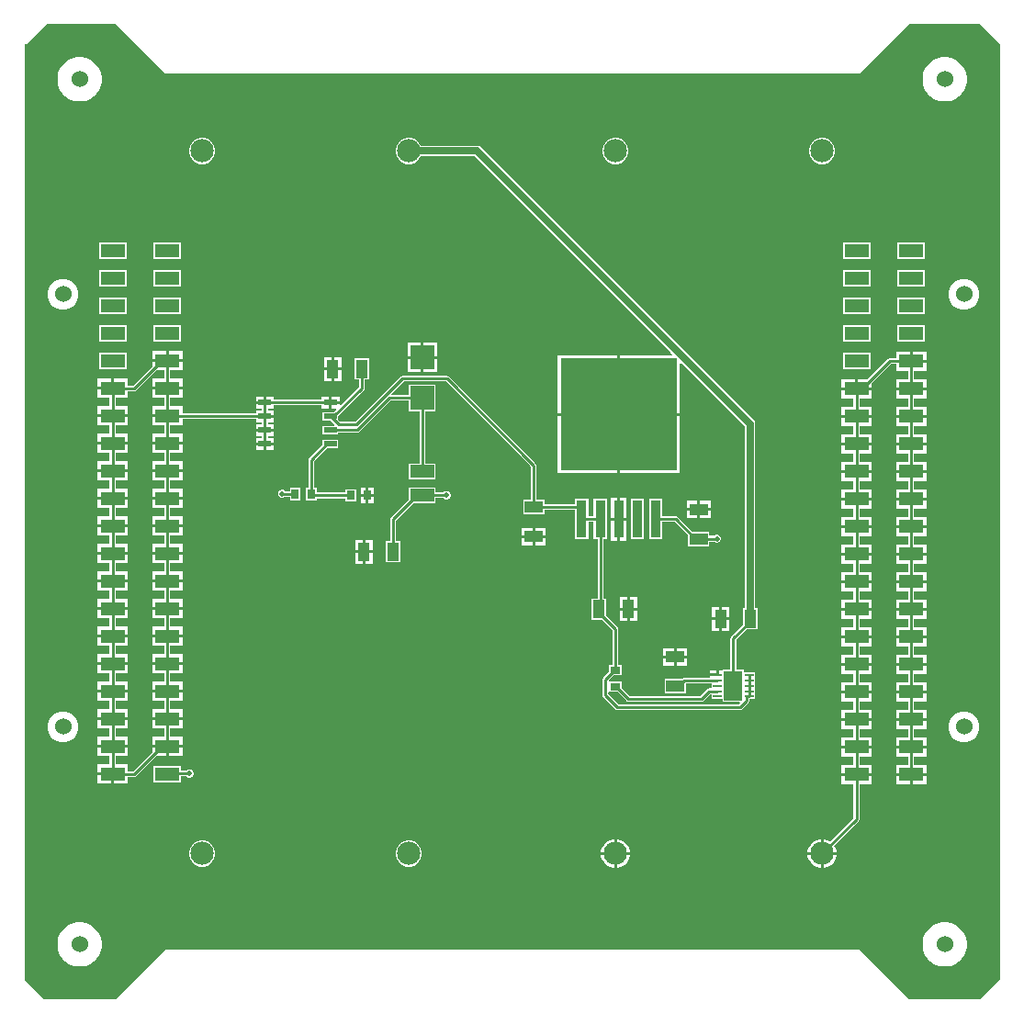
<source format=gbl>
G04*
G04 #@! TF.GenerationSoftware,Altium Limited,Altium Designer,22.2.1 (43)*
G04*
G04 Layer_Physical_Order=2*
G04 Layer_Color=16711680*
%FSLAX25Y25*%
%MOIN*%
G70*
G04*
G04 #@! TF.SameCoordinates,2BD9F523-0FC0-4ADC-A514-1134C6E00D61*
G04*
G04*
G04 #@! TF.FilePolarity,Positive*
G04*
G01*
G75*
%ADD11C,0.01000*%
%ADD16C,0.02800*%
%ADD17C,0.08445*%
%ADD18C,0.06000*%
%ADD19C,0.03800*%
%ADD20C,0.02000*%
%ADD21R,0.08701X0.08584*%
%ADD22R,0.02756X0.03543*%
%ADD23R,0.09016X0.05000*%
%ADD24R,0.04600X0.02200*%
%ADD25R,0.04331X0.06693*%
%ADD26R,0.03543X0.02756*%
%ADD27R,0.03800X0.13800*%
%ADD28R,0.42200X0.40800*%
%ADD29R,0.06693X0.04331*%
%ADD30R,0.08700X0.04700*%
%ADD31R,0.03200X0.01000*%
%ADD32R,0.06900X0.10630*%
G36*
X51000Y-18000D02*
X303000D01*
X321000Y0D01*
X321000Y0D01*
X346788D01*
X354000Y-7212D01*
X354000Y-7212D01*
Y-346788D01*
X346788Y-354000D01*
X346788Y-354000D01*
X321000D01*
X303000Y-336000D01*
X51000D01*
X33000Y-354000D01*
X7212D01*
X-0Y-346788D01*
Y-7212D01*
X788D01*
X8000Y0D01*
X33000D01*
X51000Y-18000D01*
D02*
G37*
%LPC*%
G36*
X334788Y-12000D02*
X333212D01*
X331666Y-12307D01*
X330211Y-12911D01*
X328900Y-13786D01*
X327786Y-14900D01*
X326910Y-16211D01*
X326307Y-17666D01*
X326000Y-19212D01*
Y-20788D01*
X326307Y-22333D01*
X326910Y-23789D01*
X327786Y-25100D01*
X328900Y-26214D01*
X330211Y-27090D01*
X331666Y-27693D01*
X333212Y-28000D01*
X334788D01*
X336333Y-27693D01*
X337789Y-27090D01*
X339100Y-26214D01*
X340214Y-25100D01*
X341090Y-23789D01*
X341693Y-22333D01*
X342000Y-20788D01*
Y-19212D01*
X341693Y-17666D01*
X341090Y-16211D01*
X340214Y-14900D01*
X339100Y-13786D01*
X337789Y-12911D01*
X336333Y-12307D01*
X334788Y-12000D01*
D02*
G37*
G36*
X20788D02*
X19212D01*
X17666Y-12307D01*
X16211Y-12911D01*
X14900Y-13786D01*
X13786Y-14900D01*
X12911Y-16211D01*
X12307Y-17666D01*
X12000Y-19212D01*
Y-20788D01*
X12307Y-22333D01*
X12911Y-23789D01*
X13786Y-25100D01*
X14900Y-26214D01*
X16211Y-27090D01*
X17666Y-27693D01*
X19212Y-28000D01*
X20788D01*
X22333Y-27693D01*
X23789Y-27090D01*
X25100Y-26214D01*
X26214Y-25100D01*
X27090Y-23789D01*
X27693Y-22333D01*
X28000Y-20788D01*
Y-19212D01*
X27693Y-17666D01*
X27090Y-16211D01*
X26214Y-14900D01*
X25100Y-13786D01*
X23789Y-12911D01*
X22333Y-12307D01*
X20788Y-12000D01*
D02*
G37*
G36*
X290122Y-41278D02*
X288878D01*
X287677Y-41599D01*
X286600Y-42221D01*
X285721Y-43100D01*
X285099Y-44177D01*
X284778Y-45378D01*
Y-46622D01*
X285099Y-47823D01*
X285721Y-48900D01*
X286600Y-49779D01*
X287677Y-50401D01*
X288878Y-50722D01*
X290122D01*
X291323Y-50401D01*
X292400Y-49779D01*
X293279Y-48900D01*
X293901Y-47823D01*
X294222Y-46622D01*
Y-45378D01*
X293901Y-44177D01*
X293279Y-43100D01*
X292400Y-42221D01*
X291323Y-41599D01*
X290122Y-41278D01*
D02*
G37*
G36*
X215122D02*
X213878D01*
X212677Y-41599D01*
X211600Y-42221D01*
X210721Y-43100D01*
X210099Y-44177D01*
X209778Y-45378D01*
Y-46622D01*
X210099Y-47823D01*
X210721Y-48900D01*
X211600Y-49779D01*
X212677Y-50401D01*
X213878Y-50722D01*
X215122D01*
X216323Y-50401D01*
X217400Y-49779D01*
X218279Y-48900D01*
X218901Y-47823D01*
X219222Y-46622D01*
Y-45378D01*
X218901Y-44177D01*
X218279Y-43100D01*
X217400Y-42221D01*
X216323Y-41599D01*
X215122Y-41278D01*
D02*
G37*
G36*
X65122D02*
X63878D01*
X62677Y-41599D01*
X61600Y-42221D01*
X60721Y-43100D01*
X60099Y-44177D01*
X59778Y-45378D01*
Y-46622D01*
X60099Y-47823D01*
X60721Y-48900D01*
X61600Y-49779D01*
X62677Y-50401D01*
X63878Y-50722D01*
X65122D01*
X66323Y-50401D01*
X67400Y-49779D01*
X68279Y-48900D01*
X68901Y-47823D01*
X69222Y-46622D01*
Y-45378D01*
X68901Y-44177D01*
X68279Y-43100D01*
X67400Y-42221D01*
X66323Y-41599D01*
X65122Y-41278D01*
D02*
G37*
G36*
X56890Y-79100D02*
X46874D01*
Y-85100D01*
X56890D01*
Y-79100D01*
D02*
G37*
G36*
X37008D02*
X26992D01*
Y-85100D01*
X37008D01*
Y-79100D01*
D02*
G37*
G36*
X326890Y-79300D02*
X316874D01*
Y-85300D01*
X326890D01*
Y-79300D01*
D02*
G37*
G36*
X307008D02*
X296992D01*
Y-85300D01*
X307008D01*
Y-79300D01*
D02*
G37*
G36*
X56890Y-89100D02*
X46874D01*
Y-95100D01*
X56890D01*
Y-89100D01*
D02*
G37*
G36*
X37008D02*
X26992D01*
Y-95100D01*
X37008D01*
Y-89100D01*
D02*
G37*
G36*
X326890Y-89300D02*
X316874D01*
Y-95300D01*
X326890D01*
Y-89300D01*
D02*
G37*
G36*
X307008D02*
X296992D01*
Y-95300D01*
X307008D01*
Y-89300D01*
D02*
G37*
G36*
X341724Y-92500D02*
X340276D01*
X338877Y-92875D01*
X337623Y-93599D01*
X336599Y-94623D01*
X335875Y-95877D01*
X335500Y-97276D01*
Y-98724D01*
X335875Y-100123D01*
X336599Y-101377D01*
X337623Y-102401D01*
X338877Y-103125D01*
X340276Y-103500D01*
X341724D01*
X343123Y-103125D01*
X344377Y-102401D01*
X345401Y-101377D01*
X346125Y-100123D01*
X346500Y-98724D01*
Y-97276D01*
X346125Y-95877D01*
X345401Y-94623D01*
X344377Y-93599D01*
X343123Y-92875D01*
X341724Y-92500D01*
D02*
G37*
G36*
X14724D02*
X13276D01*
X11877Y-92875D01*
X10623Y-93599D01*
X9599Y-94623D01*
X8875Y-95877D01*
X8500Y-97276D01*
Y-98724D01*
X8875Y-100123D01*
X9599Y-101377D01*
X10623Y-102401D01*
X11877Y-103125D01*
X13276Y-103500D01*
X14724D01*
X16123Y-103125D01*
X17377Y-102401D01*
X18401Y-101377D01*
X19125Y-100123D01*
X19500Y-98724D01*
Y-97276D01*
X19125Y-95877D01*
X18401Y-94623D01*
X17377Y-93599D01*
X16123Y-92875D01*
X14724Y-92500D01*
D02*
G37*
G36*
X56890Y-99100D02*
X46874D01*
Y-105100D01*
X56890D01*
Y-99100D01*
D02*
G37*
G36*
X37008D02*
X26992D01*
Y-105100D01*
X37008D01*
Y-99100D01*
D02*
G37*
G36*
X326890Y-99300D02*
X316874D01*
Y-105300D01*
X326890D01*
Y-99300D01*
D02*
G37*
G36*
X307008D02*
X296992D01*
Y-105300D01*
X307008D01*
Y-99300D01*
D02*
G37*
G36*
X56890Y-109100D02*
X46874D01*
Y-115100D01*
X56890D01*
Y-109100D01*
D02*
G37*
G36*
X37008D02*
X26992D01*
Y-115100D01*
X37008D01*
Y-109100D01*
D02*
G37*
G36*
X326890Y-109300D02*
X316874D01*
Y-115300D01*
X326890D01*
Y-109300D01*
D02*
G37*
G36*
X307008D02*
X296992D01*
Y-115300D01*
X307008D01*
Y-109300D01*
D02*
G37*
G36*
X149750Y-115684D02*
X144900D01*
Y-120476D01*
X149750D01*
Y-115684D01*
D02*
G37*
G36*
X143900D02*
X139050D01*
Y-120476D01*
X143900D01*
Y-115684D01*
D02*
G37*
G36*
X57390Y-118600D02*
X52382D01*
Y-121600D01*
X57390D01*
Y-118600D01*
D02*
G37*
G36*
X51382D02*
X46374D01*
Y-121600D01*
X51382D01*
Y-118600D01*
D02*
G37*
G36*
X327390Y-118800D02*
X322382D01*
Y-121800D01*
X327390D01*
Y-118800D01*
D02*
G37*
G36*
X114990Y-120755D02*
X112325D01*
Y-124601D01*
X114990D01*
Y-120755D01*
D02*
G37*
G36*
X111325D02*
X108660D01*
Y-124601D01*
X111325D01*
Y-120755D01*
D02*
G37*
G36*
X37008Y-119100D02*
X26992D01*
Y-125100D01*
X37008D01*
Y-119100D01*
D02*
G37*
G36*
X307008Y-119300D02*
X296992D01*
Y-125300D01*
X307008D01*
Y-119300D01*
D02*
G37*
G36*
X149750Y-121476D02*
X144900D01*
Y-126268D01*
X149750D01*
Y-121476D01*
D02*
G37*
G36*
X143900D02*
X139050D01*
Y-126268D01*
X143900D01*
Y-121476D01*
D02*
G37*
G36*
X114990Y-125601D02*
X112325D01*
Y-129447D01*
X114990D01*
Y-125601D01*
D02*
G37*
G36*
X111325D02*
X108660D01*
Y-129447D01*
X111325D01*
Y-125601D01*
D02*
G37*
G36*
X31500Y-128600D02*
X26492D01*
Y-131600D01*
X31500D01*
Y-128600D01*
D02*
G37*
G36*
X57390Y-122600D02*
X51882D01*
X46374D01*
Y-124158D01*
X39452Y-131080D01*
X37508D01*
Y-128600D01*
X32500D01*
Y-132100D01*
X32000D01*
Y-132600D01*
X26492D01*
Y-135600D01*
X30980D01*
Y-138600D01*
X26492D01*
Y-141600D01*
X32000D01*
X37508D01*
Y-138600D01*
X33020D01*
Y-135600D01*
X37508D01*
Y-133120D01*
X39874D01*
X40264Y-133042D01*
X40595Y-132821D01*
X47816Y-125600D01*
X50862D01*
Y-128600D01*
X46374D01*
Y-131600D01*
X51882D01*
X57390D01*
Y-128600D01*
X52901D01*
Y-125600D01*
X57390D01*
Y-122600D01*
D02*
G37*
G36*
X301500Y-128800D02*
X296492D01*
Y-131800D01*
X301500D01*
Y-128800D01*
D02*
G37*
G36*
X321382Y-118800D02*
X316374D01*
Y-121280D01*
X314008D01*
X313618Y-121358D01*
X313287Y-121579D01*
X306066Y-128800D01*
X302500D01*
Y-131800D01*
X307508D01*
Y-130242D01*
X314430Y-123320D01*
X316374D01*
Y-125800D01*
X320862D01*
Y-128800D01*
X316374D01*
Y-131800D01*
X321882D01*
X327390D01*
Y-128800D01*
X322902D01*
Y-125800D01*
X327390D01*
Y-122800D01*
X321882D01*
Y-122300D01*
X321382D01*
Y-118800D01*
D02*
G37*
G36*
X114400Y-135200D02*
X111600D01*
Y-136800D01*
X114400D01*
Y-135200D01*
D02*
G37*
G36*
X86800D02*
X84000D01*
Y-136800D01*
X86800D01*
Y-135200D01*
D02*
G37*
G36*
X57390Y-132600D02*
X51882D01*
X46374D01*
Y-135600D01*
X50862D01*
Y-138600D01*
X46374D01*
Y-141600D01*
X51882D01*
Y-142600D01*
X46374D01*
Y-145600D01*
X50862D01*
Y-148600D01*
X46374D01*
Y-151600D01*
X51882D01*
X57390D01*
Y-148600D01*
X52901D01*
Y-145600D01*
X57390D01*
Y-143320D01*
X84000D01*
Y-144400D01*
X86280D01*
Y-145200D01*
X84000D01*
Y-146800D01*
X87300D01*
X90600D01*
Y-145200D01*
X88320D01*
Y-144400D01*
X90600D01*
Y-142800D01*
X87300D01*
Y-141800D01*
X90600D01*
Y-140200D01*
X88320D01*
Y-139400D01*
X90600D01*
Y-138320D01*
X107800D01*
Y-139400D01*
X110600D01*
Y-137300D01*
Y-135200D01*
X107800D01*
Y-136280D01*
X90600D01*
Y-135200D01*
X87800D01*
Y-137300D01*
X87300D01*
Y-137800D01*
X84000D01*
Y-139400D01*
X86280D01*
Y-140200D01*
X84000D01*
Y-141280D01*
X57390D01*
Y-138600D01*
X52901D01*
Y-135600D01*
X57390D01*
Y-132600D01*
D02*
G37*
G36*
X215200Y-120200D02*
X193600D01*
Y-141100D01*
X215200D01*
Y-120200D01*
D02*
G37*
G36*
X307508Y-132800D02*
X302000D01*
X296492D01*
Y-135800D01*
X300980D01*
Y-138800D01*
X296492D01*
Y-141800D01*
X302000D01*
X307508D01*
Y-138800D01*
X303020D01*
Y-135800D01*
X307508D01*
Y-132800D01*
D02*
G37*
G36*
X327390Y-132800D02*
X321882D01*
X316374D01*
Y-135800D01*
X320862D01*
Y-138800D01*
X316374D01*
Y-141800D01*
X321882D01*
X327390D01*
Y-138800D01*
X322902D01*
Y-135800D01*
X327390D01*
Y-132800D01*
D02*
G37*
G36*
X37508Y-142600D02*
X32000D01*
X26492D01*
Y-145600D01*
X30980D01*
Y-148600D01*
X26492D01*
Y-151600D01*
X32000D01*
X37508D01*
Y-148600D01*
X33020D01*
Y-145600D01*
X37508D01*
Y-142600D01*
D02*
G37*
G36*
X307508Y-142800D02*
X302000D01*
X296492D01*
Y-145800D01*
X300980D01*
Y-148800D01*
X296492D01*
Y-151800D01*
X302000D01*
X307508D01*
Y-148800D01*
X303020D01*
Y-145800D01*
X307508D01*
Y-142800D01*
D02*
G37*
G36*
X327390Y-142800D02*
X321882D01*
X316374D01*
Y-145800D01*
X320862D01*
Y-148800D01*
X316374D01*
Y-151800D01*
X321882D01*
X327390D01*
Y-148800D01*
X322902D01*
Y-145800D01*
X327390D01*
Y-142800D01*
D02*
G37*
G36*
X90600Y-147800D02*
X87300D01*
X84000D01*
Y-149400D01*
X86280D01*
Y-150200D01*
X84000D01*
Y-151800D01*
X87300D01*
X90600D01*
Y-150200D01*
X88320D01*
Y-149400D01*
X90600D01*
Y-147800D01*
D02*
G37*
G36*
Y-152800D02*
X87800D01*
Y-154400D01*
X90600D01*
Y-152800D01*
D02*
G37*
G36*
X86800D02*
X84000D01*
Y-154400D01*
X86800D01*
Y-152800D01*
D02*
G37*
G36*
X37508Y-152600D02*
X32000D01*
X26492D01*
Y-155600D01*
X30980D01*
Y-158600D01*
X26492D01*
Y-161600D01*
X32000D01*
X37508D01*
Y-158600D01*
X33020D01*
Y-155600D01*
X37508D01*
Y-152600D01*
D02*
G37*
G36*
X57390Y-152600D02*
X51882D01*
X46374D01*
Y-155600D01*
X50862D01*
Y-158600D01*
X46374D01*
Y-161600D01*
X51882D01*
X57390D01*
Y-158600D01*
X52901D01*
Y-155600D01*
X57390D01*
Y-152600D01*
D02*
G37*
G36*
X307508Y-152800D02*
X302000D01*
X296492D01*
Y-155800D01*
X300980D01*
Y-158800D01*
X296492D01*
Y-161800D01*
X302000D01*
X307508D01*
Y-158800D01*
X303020D01*
Y-155800D01*
X307508D01*
Y-152800D01*
D02*
G37*
G36*
X327390Y-152800D02*
X321882D01*
X316374D01*
Y-155800D01*
X320862D01*
Y-158800D01*
X316374D01*
Y-161800D01*
X321882D01*
X327390D01*
Y-158800D01*
X322902D01*
Y-155800D01*
X327390D01*
Y-152800D01*
D02*
G37*
G36*
X237800Y-142100D02*
X216200D01*
Y-163000D01*
X237800D01*
Y-142100D01*
D02*
G37*
G36*
X215200D02*
X193600D01*
Y-163000D01*
X215200D01*
Y-142100D01*
D02*
G37*
G36*
X100125Y-168328D02*
X96369D01*
Y-169380D01*
X94602D01*
X94350Y-169128D01*
X93798Y-168900D01*
X93202D01*
X92650Y-169128D01*
X92228Y-169550D01*
X92000Y-170102D01*
Y-170698D01*
X92228Y-171250D01*
X92650Y-171672D01*
X93202Y-171900D01*
X93798D01*
X94350Y-171672D01*
X94602Y-171420D01*
X96369D01*
Y-172872D01*
X100125D01*
Y-168328D01*
D02*
G37*
G36*
X126778Y-168228D02*
X124900D01*
Y-170500D01*
X126778D01*
Y-168228D01*
D02*
G37*
G36*
X123900D02*
X122022D01*
Y-170500D01*
X123900D01*
Y-168228D01*
D02*
G37*
G36*
X37508Y-162600D02*
X32000D01*
X26492D01*
Y-165600D01*
X30980D01*
Y-168600D01*
X26492D01*
Y-171600D01*
X32000D01*
X37508D01*
Y-168600D01*
X33020D01*
Y-165600D01*
X37508D01*
Y-162600D01*
D02*
G37*
G36*
X57390Y-162600D02*
X51882D01*
X46374D01*
Y-165600D01*
X50862D01*
Y-168600D01*
X46374D01*
Y-171600D01*
X51882D01*
X57390D01*
Y-168600D01*
X52901D01*
Y-165600D01*
X57390D01*
Y-162600D01*
D02*
G37*
G36*
X307508Y-162800D02*
X302000D01*
X296492D01*
Y-165800D01*
X300980D01*
Y-168800D01*
X296492D01*
Y-171800D01*
X302000D01*
X307508D01*
Y-168800D01*
X303020D01*
Y-165800D01*
X307508D01*
Y-162800D01*
D02*
G37*
G36*
X327390Y-162800D02*
X321882D01*
X316374D01*
Y-165800D01*
X320862D01*
Y-168800D01*
X316374D01*
Y-171800D01*
X321882D01*
X327390D01*
Y-168800D01*
X322902D01*
Y-165800D01*
X327390D01*
Y-162800D01*
D02*
G37*
G36*
X149250Y-168150D02*
X139550D01*
Y-172408D01*
X133079Y-178879D01*
X132858Y-179210D01*
X132780Y-179600D01*
Y-187554D01*
X131135D01*
Y-195247D01*
X136465D01*
Y-187554D01*
X134820D01*
Y-180022D01*
X140992Y-173850D01*
X149250D01*
Y-171920D01*
X152054D01*
X152306Y-172172D01*
X152857Y-172400D01*
X153454D01*
X154006Y-172172D01*
X154428Y-171750D01*
X154656Y-171198D01*
Y-170602D01*
X154428Y-170050D01*
X154006Y-169628D01*
X153454Y-169400D01*
X152857D01*
X152306Y-169628D01*
X152054Y-169880D01*
X149250D01*
Y-168150D01*
D02*
G37*
G36*
X113900Y-150700D02*
X108300D01*
Y-152458D01*
X103432Y-157326D01*
X103211Y-157657D01*
X103133Y-158047D01*
Y-168328D01*
X102275D01*
Y-172872D01*
X106031D01*
Y-172020D01*
X116616D01*
Y-173272D01*
X120372D01*
Y-168728D01*
X116616D01*
Y-169980D01*
X106031D01*
Y-168328D01*
X105172D01*
Y-158470D01*
X109742Y-153900D01*
X113900D01*
Y-150700D01*
D02*
G37*
G36*
X126778Y-171500D02*
X124900D01*
Y-173772D01*
X126778D01*
Y-171500D01*
D02*
G37*
G36*
X123900D02*
X122022D01*
Y-173772D01*
X123900D01*
Y-171500D01*
D02*
G37*
G36*
X249046Y-172905D02*
X245200D01*
Y-175570D01*
X249046D01*
Y-172905D01*
D02*
G37*
G36*
X244200D02*
X240353D01*
Y-175570D01*
X244200D01*
Y-172905D01*
D02*
G37*
G36*
X218600Y-171700D02*
X216200D01*
Y-179100D01*
X218600D01*
Y-171700D01*
D02*
G37*
G36*
X215200D02*
X212800D01*
Y-179100D01*
X215200D01*
Y-171700D01*
D02*
G37*
G36*
X249046Y-176570D02*
X245200D01*
Y-179235D01*
X249046D01*
Y-176570D01*
D02*
G37*
G36*
X244200D02*
X240353D01*
Y-179235D01*
X244200D01*
Y-176570D01*
D02*
G37*
G36*
X37508Y-172600D02*
X32000D01*
X26492D01*
Y-175600D01*
X30980D01*
Y-178600D01*
X26492D01*
Y-181600D01*
X32000D01*
X37508D01*
Y-178600D01*
X33020D01*
Y-175600D01*
X37508D01*
Y-172600D01*
D02*
G37*
G36*
X57390Y-172600D02*
X51882D01*
X46374D01*
Y-175600D01*
X50862D01*
Y-178600D01*
X46374D01*
Y-181600D01*
X51882D01*
X57390D01*
Y-178600D01*
X52901D01*
Y-175600D01*
X57390D01*
Y-172600D01*
D02*
G37*
G36*
X307508Y-172800D02*
X302000D01*
X296492D01*
Y-175800D01*
X300980D01*
Y-178800D01*
X296492D01*
Y-181800D01*
X302000D01*
X307508D01*
Y-178800D01*
X303020D01*
Y-175800D01*
X307508D01*
Y-172800D01*
D02*
G37*
G36*
X327390Y-172800D02*
X321882D01*
X316374D01*
Y-175800D01*
X320862D01*
Y-178800D01*
X316374D01*
Y-181800D01*
X321882D01*
X327390D01*
Y-178800D01*
X322902D01*
Y-175800D01*
X327390D01*
Y-172800D01*
D02*
G37*
G36*
X189246Y-182750D02*
X185400D01*
Y-185415D01*
X189246D01*
Y-182750D01*
D02*
G37*
G36*
X184400D02*
X180553D01*
Y-185415D01*
X184400D01*
Y-182750D01*
D02*
G37*
G36*
X224793Y-172200D02*
X219993D01*
Y-187000D01*
X224793D01*
Y-172200D01*
D02*
G37*
G36*
X218600Y-180100D02*
X216200D01*
Y-187500D01*
X218600D01*
Y-180100D01*
D02*
G37*
G36*
X215200D02*
X212800D01*
Y-187500D01*
X215200D01*
Y-180100D01*
D02*
G37*
G36*
X231486Y-172200D02*
X226686D01*
Y-187000D01*
X231486D01*
Y-180620D01*
X235997D01*
X240854Y-185477D01*
Y-189365D01*
X248547D01*
Y-187720D01*
X250220D01*
X250472Y-187972D01*
X251024Y-188200D01*
X251620D01*
X252172Y-187972D01*
X252594Y-187550D01*
X252822Y-186998D01*
Y-186402D01*
X252594Y-185850D01*
X252172Y-185428D01*
X251620Y-185200D01*
X251024D01*
X250472Y-185428D01*
X250220Y-185680D01*
X248547D01*
Y-184035D01*
X242296D01*
X237140Y-178879D01*
X236809Y-178658D01*
X236419Y-178580D01*
X231486D01*
Y-172200D01*
D02*
G37*
G36*
X189246Y-186415D02*
X185400D01*
Y-189080D01*
X189246D01*
Y-186415D01*
D02*
G37*
G36*
X184400D02*
X180553D01*
Y-189080D01*
X184400D01*
Y-186415D01*
D02*
G37*
G36*
X126335Y-187054D02*
X123670D01*
Y-190900D01*
X126335D01*
Y-187054D01*
D02*
G37*
G36*
X122670D02*
X120005D01*
Y-190900D01*
X122670D01*
Y-187054D01*
D02*
G37*
G36*
X37508Y-182600D02*
X32000D01*
X26492D01*
Y-185600D01*
X30980D01*
Y-188600D01*
X26492D01*
Y-191600D01*
X32000D01*
X37508D01*
Y-188600D01*
X33020D01*
Y-185600D01*
X37508D01*
Y-182600D01*
D02*
G37*
G36*
X57390Y-182600D02*
X51882D01*
X46374D01*
Y-185600D01*
X50862D01*
Y-188600D01*
X46374D01*
Y-191600D01*
X51882D01*
X57390D01*
Y-188600D01*
X52901D01*
Y-185600D01*
X57390D01*
Y-182600D01*
D02*
G37*
G36*
X307508Y-182800D02*
X302000D01*
X296492D01*
Y-185800D01*
X300980D01*
Y-188800D01*
X296492D01*
Y-191800D01*
X302000D01*
X307508D01*
Y-188800D01*
X303020D01*
Y-185800D01*
X307508D01*
Y-182800D01*
D02*
G37*
G36*
X327390Y-182800D02*
X321882D01*
X316374D01*
Y-185800D01*
X320862D01*
Y-188800D01*
X316374D01*
Y-191800D01*
X321882D01*
X327390D01*
Y-188800D01*
X322902D01*
Y-185800D01*
X327390D01*
Y-182800D01*
D02*
G37*
G36*
X126335Y-191900D02*
X123670D01*
Y-195747D01*
X126335D01*
Y-191900D01*
D02*
G37*
G36*
X122670D02*
X120005D01*
Y-195747D01*
X122670D01*
Y-191900D01*
D02*
G37*
G36*
X37508Y-192600D02*
X32000D01*
X26492D01*
Y-195600D01*
X30980D01*
Y-198600D01*
X26492D01*
Y-201600D01*
X32000D01*
X37508D01*
Y-198600D01*
X33020D01*
Y-195600D01*
X37508D01*
Y-192600D01*
D02*
G37*
G36*
X57390Y-192600D02*
X51882D01*
X46374D01*
Y-195600D01*
X50862D01*
Y-198600D01*
X46374D01*
Y-201600D01*
X51882D01*
X57390D01*
Y-198600D01*
X52901D01*
Y-195600D01*
X57390D01*
Y-192600D01*
D02*
G37*
G36*
X307508Y-192800D02*
X302000D01*
X296492D01*
Y-195800D01*
X300980D01*
Y-198800D01*
X296492D01*
Y-201800D01*
X302000D01*
X307508D01*
Y-198800D01*
X303020D01*
Y-195800D01*
X307508D01*
Y-192800D01*
D02*
G37*
G36*
X327390Y-192800D02*
X321882D01*
X316374D01*
Y-195800D01*
X320862D01*
Y-198800D01*
X316374D01*
Y-201800D01*
X321882D01*
X327390D01*
Y-198800D01*
X322902D01*
Y-195800D01*
X327390D01*
Y-192800D01*
D02*
G37*
G36*
X37508Y-202600D02*
X32000D01*
X26492D01*
Y-205600D01*
X30980D01*
Y-208600D01*
X26492D01*
Y-211600D01*
X32000D01*
X37508D01*
Y-208600D01*
X33020D01*
Y-205600D01*
X37508D01*
Y-202600D01*
D02*
G37*
G36*
X57390Y-202600D02*
X51882D01*
X46374D01*
Y-205600D01*
X50862D01*
Y-208600D01*
X46374D01*
Y-211600D01*
X51882D01*
X57390D01*
Y-208600D01*
X52901D01*
Y-205600D01*
X57390D01*
Y-202600D01*
D02*
G37*
G36*
X307508Y-202800D02*
X302000D01*
X296492D01*
Y-205800D01*
X300980D01*
Y-208800D01*
X296492D01*
Y-211800D01*
X302000D01*
X307508D01*
Y-208800D01*
X303020D01*
Y-205800D01*
X307508D01*
Y-202800D01*
D02*
G37*
G36*
X222390Y-207954D02*
X219724D01*
Y-211800D01*
X222390D01*
Y-207954D01*
D02*
G37*
G36*
X218724D02*
X216059D01*
Y-211800D01*
X218724D01*
Y-207954D01*
D02*
G37*
G36*
X327390Y-202800D02*
X321882D01*
X316374D01*
Y-205800D01*
X320862D01*
Y-208800D01*
X316374D01*
Y-211800D01*
X321882D01*
X327390D01*
Y-208800D01*
X322902D01*
Y-205800D01*
X327390D01*
Y-202800D01*
D02*
G37*
G36*
X255865Y-211353D02*
X253200D01*
Y-215200D01*
X255865D01*
Y-211353D01*
D02*
G37*
G36*
X252200D02*
X249535D01*
Y-215200D01*
X252200D01*
Y-211353D01*
D02*
G37*
G36*
X222390Y-212800D02*
X219724D01*
Y-216647D01*
X222390D01*
Y-212800D01*
D02*
G37*
G36*
X218724D02*
X216059D01*
Y-216647D01*
X218724D01*
Y-212800D01*
D02*
G37*
G36*
X255865Y-216200D02*
X253200D01*
Y-220046D01*
X255865D01*
Y-216200D01*
D02*
G37*
G36*
X252200D02*
X249535D01*
Y-220046D01*
X252200D01*
Y-216200D01*
D02*
G37*
G36*
X37508Y-212600D02*
X32000D01*
X26492D01*
Y-215600D01*
X30980D01*
Y-218600D01*
X26492D01*
Y-221600D01*
X32000D01*
X37508D01*
Y-218600D01*
X33020D01*
Y-215600D01*
X37508D01*
Y-212600D01*
D02*
G37*
G36*
X57390Y-212600D02*
X51882D01*
X46374D01*
Y-215600D01*
X50862D01*
Y-218600D01*
X46374D01*
Y-221600D01*
X51882D01*
X57390D01*
Y-218600D01*
X52901D01*
Y-215600D01*
X57390D01*
Y-212600D01*
D02*
G37*
G36*
X307508Y-212800D02*
X302000D01*
X296492D01*
Y-215800D01*
X300980D01*
Y-218800D01*
X296492D01*
Y-221800D01*
X302000D01*
X307508D01*
Y-218800D01*
X303020D01*
Y-215800D01*
X307508D01*
Y-212800D01*
D02*
G37*
G36*
X327390Y-212800D02*
X321882D01*
X316374D01*
Y-215800D01*
X320862D01*
Y-218800D01*
X316374D01*
Y-221800D01*
X321882D01*
X327390D01*
Y-218800D01*
X322902D01*
Y-215800D01*
X327390D01*
Y-212800D01*
D02*
G37*
G36*
X240529Y-226464D02*
X236682D01*
Y-229129D01*
X240529D01*
Y-226464D01*
D02*
G37*
G36*
X235682D02*
X231836D01*
Y-229129D01*
X235682D01*
Y-226464D01*
D02*
G37*
G36*
X37508Y-222600D02*
X32000D01*
X26492D01*
Y-225600D01*
X30980D01*
Y-228600D01*
X26492D01*
Y-231600D01*
X32000D01*
X37508D01*
Y-228600D01*
X33020D01*
Y-225600D01*
X37508D01*
Y-222600D01*
D02*
G37*
G36*
X57390Y-222600D02*
X51882D01*
X46374D01*
Y-225600D01*
X50862D01*
Y-228600D01*
X46374D01*
Y-231600D01*
X51882D01*
X57390D01*
Y-228600D01*
X52901D01*
Y-225600D01*
X57390D01*
Y-222600D01*
D02*
G37*
G36*
X307508Y-222800D02*
X302000D01*
X296492D01*
Y-225800D01*
X300980D01*
Y-228800D01*
X296492D01*
Y-231800D01*
X302000D01*
X307508D01*
Y-228800D01*
X303020D01*
Y-225800D01*
X307508D01*
Y-222800D01*
D02*
G37*
G36*
X327390Y-222800D02*
X321882D01*
X316374D01*
Y-225800D01*
X320862D01*
Y-228800D01*
X316374D01*
Y-231800D01*
X321882D01*
X327390D01*
Y-228800D01*
X322902D01*
Y-225800D01*
X327390D01*
Y-222800D01*
D02*
G37*
G36*
X240529Y-230129D02*
X236682D01*
Y-232794D01*
X240529D01*
Y-230129D01*
D02*
G37*
G36*
X235682D02*
X231836D01*
Y-232794D01*
X235682D01*
Y-230129D01*
D02*
G37*
G36*
X251000Y-234624D02*
X248900D01*
Y-235624D01*
X251000D01*
Y-234624D01*
D02*
G37*
G36*
X37508Y-232600D02*
X32000D01*
X26492D01*
Y-235600D01*
X30980D01*
Y-238600D01*
X26492D01*
Y-241600D01*
X32000D01*
X37508D01*
Y-238600D01*
X33020D01*
Y-235600D01*
X37508D01*
Y-232600D01*
D02*
G37*
G36*
X57390Y-232600D02*
X51882D01*
X46374D01*
Y-235600D01*
X50862D01*
Y-238600D01*
X46374D01*
Y-241600D01*
X51882D01*
X57390D01*
Y-238600D01*
X52901D01*
Y-235600D01*
X57390D01*
Y-232600D01*
D02*
G37*
G36*
X307508Y-232800D02*
X302000D01*
X296492D01*
Y-235800D01*
X300980D01*
Y-238800D01*
X296492D01*
Y-241800D01*
X302000D01*
X307508D01*
Y-238800D01*
X303020D01*
Y-235800D01*
X307508D01*
Y-232800D01*
D02*
G37*
G36*
X327390Y-232800D02*
X321882D01*
X316374D01*
Y-235800D01*
X320862D01*
Y-238800D01*
X316374D01*
Y-241800D01*
X321882D01*
X327390D01*
Y-238800D01*
X322902D01*
Y-235800D01*
X327390D01*
Y-232800D01*
D02*
G37*
G36*
X140122Y-41278D02*
X138878D01*
X137677Y-41599D01*
X136600Y-42221D01*
X135721Y-43100D01*
X135099Y-44177D01*
X134778Y-45378D01*
Y-46622D01*
X135099Y-47823D01*
X135721Y-48900D01*
X136600Y-49779D01*
X137677Y-50401D01*
X138878Y-50722D01*
X140122D01*
X141323Y-50401D01*
X142400Y-49779D01*
X143279Y-48900D01*
X143834Y-47937D01*
X163485D01*
X235285Y-119738D01*
X235094Y-120200D01*
X216200D01*
Y-141100D01*
X237800D01*
Y-122906D01*
X238262Y-122715D01*
X261393Y-145845D01*
Y-211854D01*
X260665D01*
Y-218105D01*
X256579Y-222190D01*
X256358Y-222521D01*
X256280Y-222911D01*
Y-234247D01*
X253350D01*
Y-234624D01*
X252000D01*
Y-236124D01*
X251500D01*
Y-236624D01*
X248900D01*
Y-237073D01*
X239529D01*
X239139Y-237151D01*
X238808Y-237372D01*
X238587Y-237594D01*
X232336D01*
Y-242924D01*
X240029D01*
Y-239113D01*
X249400D01*
Y-241011D01*
X248385D01*
X247995Y-241089D01*
X247664Y-241310D01*
X245232Y-243742D01*
X219721D01*
X216772Y-240793D01*
Y-238479D01*
X212228D01*
X212228Y-238479D01*
X212148Y-237852D01*
X213670Y-236330D01*
X216772D01*
Y-232574D01*
X215520D01*
Y-219387D01*
X215442Y-218996D01*
X215221Y-218666D01*
X211260Y-214704D01*
Y-208453D01*
X210027D01*
Y-187000D01*
X211407D01*
Y-172200D01*
X206607D01*
Y-178580D01*
X204714D01*
Y-172200D01*
X199914D01*
Y-174266D01*
X188747D01*
Y-172620D01*
X185920D01*
Y-160100D01*
X185842Y-159710D01*
X185621Y-159379D01*
X154165Y-127923D01*
X153834Y-127702D01*
X153444Y-127625D01*
X137259D01*
X136869Y-127702D01*
X136538Y-127923D01*
X120189Y-144272D01*
X114515D01*
X113900Y-143658D01*
Y-142142D01*
X123176Y-132866D01*
X123397Y-132535D01*
X123475Y-132145D01*
Y-128947D01*
X125120D01*
Y-121255D01*
X119790D01*
Y-128947D01*
X121435D01*
Y-131723D01*
X114862Y-138296D01*
X114400Y-138105D01*
Y-137800D01*
X111600D01*
Y-139400D01*
X113105D01*
X113296Y-139862D01*
X112458Y-140700D01*
X108300D01*
Y-143900D01*
X111258D01*
X112596Y-145238D01*
X112405Y-145700D01*
X108300D01*
Y-148900D01*
X113900D01*
Y-148320D01*
X120725D01*
X121115Y-148242D01*
X121446Y-148021D01*
X132847Y-136620D01*
X139550D01*
Y-140392D01*
X143380D01*
Y-159450D01*
X139550D01*
Y-165150D01*
X149250D01*
Y-159450D01*
X145420D01*
Y-140392D01*
X149250D01*
Y-130808D01*
X139550D01*
Y-134580D01*
X133418D01*
X133227Y-134118D01*
X137681Y-129664D01*
X153022D01*
X183880Y-160522D01*
Y-172620D01*
X181053D01*
Y-177950D01*
X188747D01*
Y-176305D01*
X199914D01*
Y-187000D01*
X204714D01*
Y-180620D01*
X206607D01*
Y-187000D01*
X207987D01*
Y-208453D01*
X205929D01*
Y-216146D01*
X209818D01*
X213480Y-219809D01*
Y-232574D01*
X212228D01*
Y-234888D01*
X210086Y-237030D01*
X209865Y-237361D01*
X209787Y-237751D01*
Y-243406D01*
X209865Y-243796D01*
X210086Y-244126D01*
X214443Y-248483D01*
X214773Y-248704D01*
X215164Y-248782D01*
X259779D01*
X260169Y-248704D01*
X260500Y-248483D01*
X262721Y-246262D01*
X262942Y-245931D01*
X263020Y-245541D01*
Y-245020D01*
X263100D01*
X263198Y-245000D01*
X265200D01*
Y-243031D01*
Y-239093D01*
Y-235124D01*
X263198D01*
X263100Y-235104D01*
X263001Y-235124D01*
X261250D01*
Y-234247D01*
X258320D01*
Y-223333D01*
X262106Y-219547D01*
X265995D01*
Y-211854D01*
X265267D01*
Y-145043D01*
X265120Y-144302D01*
X264700Y-143673D01*
X165657Y-44630D01*
X165028Y-44210D01*
X164287Y-44063D01*
X143834D01*
X143279Y-43100D01*
X142400Y-42221D01*
X141323Y-41599D01*
X140122Y-41278D01*
D02*
G37*
G36*
X37508Y-242600D02*
X32000D01*
X26492D01*
Y-245600D01*
X30980D01*
Y-248600D01*
X26492D01*
Y-251600D01*
X32000D01*
X37508D01*
Y-248600D01*
X33020D01*
Y-245600D01*
X37508D01*
Y-242600D01*
D02*
G37*
G36*
X57390Y-242600D02*
X51882D01*
X46374D01*
Y-245600D01*
X50862D01*
Y-248600D01*
X46374D01*
Y-251600D01*
X51882D01*
X57390D01*
Y-248600D01*
X52901D01*
Y-245600D01*
X57390D01*
Y-242600D01*
D02*
G37*
G36*
X307508Y-242800D02*
X302000D01*
X296492D01*
Y-245800D01*
X300980D01*
Y-248800D01*
X296492D01*
Y-251800D01*
X302000D01*
X307508D01*
Y-248800D01*
X303020D01*
Y-245800D01*
X307508D01*
Y-242800D01*
D02*
G37*
G36*
X327390Y-242800D02*
X321882D01*
X316374D01*
Y-245800D01*
X320862D01*
Y-248800D01*
X316374D01*
Y-251800D01*
X321882D01*
X327390D01*
Y-248800D01*
X322902D01*
Y-245800D01*
X327390D01*
Y-242800D01*
D02*
G37*
G36*
X341724Y-249500D02*
X340276D01*
X338877Y-249875D01*
X337623Y-250599D01*
X336599Y-251623D01*
X335875Y-252877D01*
X335500Y-254276D01*
Y-255724D01*
X335875Y-257123D01*
X336599Y-258377D01*
X337623Y-259401D01*
X338877Y-260125D01*
X340276Y-260500D01*
X341724D01*
X343123Y-260125D01*
X344377Y-259401D01*
X345401Y-258377D01*
X346125Y-257123D01*
X346500Y-255724D01*
Y-254276D01*
X346125Y-252877D01*
X345401Y-251623D01*
X344377Y-250599D01*
X343123Y-249875D01*
X341724Y-249500D01*
D02*
G37*
G36*
X14724D02*
X13276D01*
X11877Y-249875D01*
X10623Y-250599D01*
X9599Y-251623D01*
X8875Y-252877D01*
X8500Y-254276D01*
Y-255724D01*
X8875Y-257123D01*
X9599Y-258377D01*
X10623Y-259401D01*
X11877Y-260125D01*
X13276Y-260500D01*
X14724D01*
X16123Y-260125D01*
X17377Y-259401D01*
X18401Y-258377D01*
X19125Y-257123D01*
X19500Y-255724D01*
Y-254276D01*
X19125Y-252877D01*
X18401Y-251623D01*
X17377Y-250599D01*
X16123Y-249875D01*
X14724Y-249500D01*
D02*
G37*
G36*
X37508Y-252600D02*
X32000D01*
X26492D01*
Y-255600D01*
X30980D01*
Y-258600D01*
X26492D01*
Y-261600D01*
X32000D01*
X37508D01*
Y-258600D01*
X33020D01*
Y-255600D01*
X37508D01*
Y-252600D01*
D02*
G37*
G36*
X57390Y-252600D02*
X51882D01*
X46374D01*
Y-255600D01*
X50862D01*
Y-258600D01*
X46374D01*
Y-261600D01*
X51882D01*
X57390D01*
Y-258600D01*
X52901D01*
Y-255600D01*
X57390D01*
Y-252600D01*
D02*
G37*
G36*
X307508Y-252800D02*
X302000D01*
X296492D01*
Y-255800D01*
X300980D01*
Y-258800D01*
X296492D01*
Y-261800D01*
X302000D01*
X307508D01*
Y-258800D01*
X303020D01*
Y-255800D01*
X307508D01*
Y-252800D01*
D02*
G37*
G36*
X327390Y-252800D02*
X321882D01*
X316374D01*
Y-255800D01*
X320862D01*
Y-258800D01*
X316374D01*
Y-261800D01*
X321882D01*
X327390D01*
Y-258800D01*
X322902D01*
Y-255800D01*
X327390D01*
Y-252800D01*
D02*
G37*
G36*
X57390Y-262600D02*
X52382D01*
Y-265600D01*
X57390D01*
Y-262600D01*
D02*
G37*
G36*
X307508Y-262800D02*
X302000D01*
X296492D01*
Y-265800D01*
X300980D01*
Y-268800D01*
X296492D01*
Y-271800D01*
X302000D01*
X307508D01*
Y-268800D01*
X303020D01*
Y-265800D01*
X307508D01*
Y-262800D01*
D02*
G37*
G36*
X327390Y-262800D02*
X321882D01*
X316374D01*
Y-265800D01*
X320862D01*
Y-268800D01*
X316374D01*
Y-271800D01*
X321882D01*
X327390D01*
Y-268800D01*
X322902D01*
Y-265800D01*
X327390D01*
Y-262800D01*
D02*
G37*
G36*
X56890Y-269100D02*
X46874D01*
Y-275100D01*
X56890D01*
Y-272920D01*
X58798D01*
X59050Y-273172D01*
X59602Y-273400D01*
X60198D01*
X60750Y-273172D01*
X61172Y-272750D01*
X61400Y-272198D01*
Y-271602D01*
X61172Y-271050D01*
X60750Y-270628D01*
X60198Y-270400D01*
X59602D01*
X59050Y-270628D01*
X58798Y-270880D01*
X56890D01*
Y-269100D01*
D02*
G37*
G36*
X37508Y-262600D02*
X32000D01*
X26492D01*
Y-265600D01*
X30980D01*
Y-268600D01*
X26492D01*
Y-271600D01*
X32000D01*
Y-272100D01*
X32500D01*
Y-275600D01*
X37508D01*
Y-273120D01*
X39874D01*
X40264Y-273042D01*
X40595Y-272821D01*
X47816Y-265600D01*
X51382D01*
Y-262600D01*
X46374D01*
Y-264158D01*
X39452Y-271080D01*
X37508D01*
Y-268600D01*
X33020D01*
Y-265600D01*
X37508D01*
Y-262600D01*
D02*
G37*
G36*
X31500Y-272600D02*
X26492D01*
Y-275600D01*
X31500D01*
Y-272600D01*
D02*
G37*
G36*
X327390Y-272800D02*
X322382D01*
Y-275800D01*
X327390D01*
Y-272800D01*
D02*
G37*
G36*
X321382D02*
X316374D01*
Y-275800D01*
X321382D01*
Y-272800D01*
D02*
G37*
G36*
X307508Y-272800D02*
X302000D01*
X296492D01*
Y-275800D01*
X300980D01*
Y-288078D01*
X292409Y-296649D01*
X291516Y-296133D01*
X290188Y-295778D01*
X290000D01*
Y-300500D01*
X294722D01*
Y-300312D01*
X294367Y-298984D01*
X293851Y-298091D01*
X302721Y-289221D01*
X302942Y-288890D01*
X303020Y-288500D01*
Y-275800D01*
X307508D01*
Y-272800D01*
D02*
G37*
G36*
X289000Y-295778D02*
X288812D01*
X287484Y-296133D01*
X286293Y-296821D01*
X285321Y-297793D01*
X284633Y-298984D01*
X284278Y-300312D01*
Y-300500D01*
X289000D01*
Y-295778D01*
D02*
G37*
G36*
X215188D02*
X215000D01*
Y-300500D01*
X219722D01*
Y-300312D01*
X219367Y-298984D01*
X218679Y-297793D01*
X217707Y-296821D01*
X216516Y-296133D01*
X215188Y-295778D01*
D02*
G37*
G36*
X214000D02*
X213812D01*
X212484Y-296133D01*
X211293Y-296821D01*
X210321Y-297793D01*
X209633Y-298984D01*
X209278Y-300312D01*
Y-300500D01*
X214000D01*
Y-295778D01*
D02*
G37*
G36*
X140122Y-296278D02*
X138878D01*
X137677Y-296599D01*
X136600Y-297221D01*
X135721Y-298100D01*
X135099Y-299177D01*
X134778Y-300378D01*
Y-301622D01*
X135099Y-302823D01*
X135721Y-303900D01*
X136600Y-304779D01*
X137677Y-305401D01*
X138878Y-305722D01*
X140122D01*
X141323Y-305401D01*
X142400Y-304779D01*
X143279Y-303900D01*
X143901Y-302823D01*
X144222Y-301622D01*
Y-300378D01*
X143901Y-299177D01*
X143279Y-298100D01*
X142400Y-297221D01*
X141323Y-296599D01*
X140122Y-296278D01*
D02*
G37*
G36*
X65122D02*
X63878D01*
X62677Y-296599D01*
X61600Y-297221D01*
X60721Y-298100D01*
X60099Y-299177D01*
X59778Y-300378D01*
Y-301622D01*
X60099Y-302823D01*
X60721Y-303900D01*
X61600Y-304779D01*
X62677Y-305401D01*
X63878Y-305722D01*
X65122D01*
X66323Y-305401D01*
X67400Y-304779D01*
X68279Y-303900D01*
X68901Y-302823D01*
X69222Y-301622D01*
Y-300378D01*
X68901Y-299177D01*
X68279Y-298100D01*
X67400Y-297221D01*
X66323Y-296599D01*
X65122Y-296278D01*
D02*
G37*
G36*
X294722Y-301500D02*
X290000D01*
Y-306222D01*
X290188D01*
X291516Y-305867D01*
X292707Y-305179D01*
X293679Y-304207D01*
X294367Y-303016D01*
X294722Y-301688D01*
Y-301500D01*
D02*
G37*
G36*
X289000D02*
X284278D01*
Y-301688D01*
X284633Y-303016D01*
X285321Y-304207D01*
X286293Y-305179D01*
X287484Y-305867D01*
X288812Y-306222D01*
X289000D01*
Y-301500D01*
D02*
G37*
G36*
X219722D02*
X215000D01*
Y-306222D01*
X215188D01*
X216516Y-305867D01*
X217707Y-305179D01*
X218679Y-304207D01*
X219367Y-303016D01*
X219722Y-301688D01*
Y-301500D01*
D02*
G37*
G36*
X214000D02*
X209278D01*
Y-301688D01*
X209633Y-303016D01*
X210321Y-304207D01*
X211293Y-305179D01*
X212484Y-305867D01*
X213812Y-306222D01*
X214000D01*
Y-301500D01*
D02*
G37*
G36*
X334788Y-326000D02*
X333212D01*
X331666Y-326307D01*
X330211Y-326910D01*
X328900Y-327786D01*
X327786Y-328900D01*
X326910Y-330211D01*
X326307Y-331666D01*
X326000Y-333212D01*
Y-334788D01*
X326307Y-336333D01*
X326910Y-337789D01*
X327786Y-339100D01*
X328900Y-340214D01*
X330211Y-341090D01*
X331666Y-341693D01*
X333212Y-342000D01*
X334788D01*
X336333Y-341693D01*
X337789Y-341090D01*
X339100Y-340214D01*
X340214Y-339100D01*
X341090Y-337789D01*
X341693Y-336333D01*
X342000Y-334788D01*
Y-333212D01*
X341693Y-331666D01*
X341090Y-330211D01*
X340214Y-328900D01*
X339100Y-327786D01*
X337789Y-326910D01*
X336333Y-326307D01*
X334788Y-326000D01*
D02*
G37*
G36*
X20788D02*
X19212D01*
X17666Y-326307D01*
X16211Y-326910D01*
X14900Y-327786D01*
X13786Y-328900D01*
X12911Y-330211D01*
X12307Y-331666D01*
X12000Y-333212D01*
Y-334788D01*
X12307Y-336333D01*
X12911Y-337789D01*
X13786Y-339100D01*
X14900Y-340214D01*
X16211Y-341090D01*
X17666Y-341693D01*
X19212Y-342000D01*
X20788D01*
X22333Y-341693D01*
X23789Y-341090D01*
X25100Y-340214D01*
X26214Y-339100D01*
X27090Y-337789D01*
X27693Y-336333D01*
X28000Y-334788D01*
Y-333212D01*
X27693Y-331666D01*
X27090Y-330211D01*
X26214Y-328900D01*
X25100Y-327786D01*
X23789Y-326910D01*
X22333Y-326307D01*
X20788Y-326000D01*
D02*
G37*
%LPD*%
G36*
X218578Y-245483D02*
X218908Y-245704D01*
X219298Y-245782D01*
X245654D01*
X246044Y-245704D01*
X246375Y-245483D01*
X248808Y-243051D01*
X249400D01*
Y-245000D01*
X253350D01*
Y-245877D01*
X259569D01*
X259760Y-246339D01*
X259357Y-246742D01*
X215586D01*
X211827Y-242983D01*
Y-242473D01*
X212228Y-242235D01*
X215330D01*
X218578Y-245483D01*
D02*
G37*
D11*
X120611Y-145292D02*
X137259Y-128644D01*
X114092Y-145292D02*
X120611D01*
X111100Y-142300D02*
X114092Y-145292D01*
X111100Y-142300D02*
X112300D01*
X184900Y-175285D02*
Y-160100D01*
X153444Y-128644D02*
X184900Y-160100D01*
X137259Y-128644D02*
X153444D01*
X120725Y-147300D02*
X132425Y-135600D01*
X144400D01*
X111100Y-147300D02*
X120725D01*
X93500Y-170400D02*
X98047D01*
X51882Y-272100D02*
X52082Y-271900D01*
X59900D01*
X243519Y-186700D02*
X251322D01*
X144500Y-170900D02*
X153156D01*
X302000Y-242300D02*
Y-232300D01*
X87300Y-137300D02*
X111100D01*
X87300Y-152300D02*
Y-147300D01*
Y-142300D01*
Y-137300D01*
X51882Y-132100D02*
Y-122100D01*
Y-142100D02*
Y-132100D01*
X52082Y-142300D02*
X87300D01*
X51882Y-142100D02*
X52082Y-142300D01*
X51882Y-152100D02*
Y-142100D01*
Y-162100D02*
Y-152100D01*
Y-172100D02*
Y-162100D01*
Y-182100D02*
Y-172100D01*
Y-192100D02*
Y-182100D01*
Y-202100D02*
Y-192100D01*
Y-212100D02*
Y-202100D01*
Y-222100D02*
Y-212100D01*
Y-232100D02*
Y-222100D01*
Y-242100D02*
Y-232100D01*
Y-252100D02*
Y-242100D01*
Y-262100D02*
Y-252100D01*
X39874Y-272100D02*
X49874Y-262100D01*
X32000Y-272100D02*
X39874D01*
X49874Y-262100D02*
X51882D01*
X32000Y-272100D02*
Y-262100D01*
Y-252100D01*
Y-242100D01*
Y-232100D01*
Y-222100D01*
Y-212100D01*
Y-202100D01*
Y-192100D02*
Y-182100D01*
Y-202100D02*
Y-192100D01*
Y-182100D02*
Y-172100D01*
Y-162100D01*
Y-152100D01*
Y-142100D01*
Y-132100D01*
X39874D01*
X49874Y-122100D02*
X51882D01*
X39874Y-132100D02*
X49874Y-122100D01*
X289500Y-301000D02*
X302000Y-288500D01*
Y-272300D01*
X321882D02*
Y-262300D01*
Y-252300D01*
Y-242300D01*
Y-232300D01*
Y-222300D01*
Y-212300D01*
Y-202300D01*
Y-192300D01*
Y-182300D01*
Y-172300D01*
Y-162300D01*
Y-152300D01*
Y-142300D01*
Y-132300D01*
Y-122300D01*
X314008D02*
X321882D01*
X302000Y-132300D02*
X304008D01*
X314008Y-122300D01*
X302000Y-142300D02*
Y-132300D01*
Y-152300D02*
Y-142300D01*
Y-162300D02*
Y-152300D01*
Y-172300D02*
Y-162300D01*
Y-182300D02*
Y-172300D01*
Y-192300D02*
Y-182300D01*
Y-202300D02*
Y-192300D01*
Y-212300D02*
Y-202300D01*
X257300Y-222911D02*
X263330Y-216881D01*
Y-215700D01*
X302000Y-222300D02*
Y-212300D01*
Y-232300D02*
Y-222300D01*
Y-262300D02*
Y-252300D01*
Y-242300D01*
Y-272300D02*
Y-262300D01*
X98047Y-170400D02*
X98247Y-170600D01*
X144400Y-171000D02*
X144500Y-170900D01*
X133800Y-191400D02*
Y-179600D01*
X142400Y-171000D01*
X144400D01*
X104153Y-158047D02*
X109900Y-152300D01*
X104153Y-170600D02*
Y-158047D01*
X109900Y-152300D02*
X111100D01*
X104153Y-170600D02*
X104553Y-171000D01*
X118494D01*
X144400Y-162300D02*
Y-135600D01*
X208594Y-212300D02*
X209007Y-211887D01*
Y-179600D01*
X202314D02*
X209007D01*
X210807Y-237751D02*
X214106Y-234452D01*
X210807Y-243406D02*
X215164Y-247762D01*
X210807Y-243406D02*
Y-237751D01*
X215164Y-247762D02*
X259779D01*
X262000Y-245541D01*
Y-244000D01*
X263100D01*
X214106Y-234452D02*
X214500D01*
X219298Y-244762D02*
X245654D01*
X214894Y-240357D02*
X219298Y-244762D01*
X214500Y-240357D02*
X214894D01*
X245654Y-244762D02*
X248385Y-242031D01*
X208594Y-213481D02*
X214500Y-219387D01*
Y-234452D02*
Y-219387D01*
X208594Y-213481D02*
Y-212300D01*
X248385Y-242031D02*
X251500D01*
X237363Y-240259D02*
X239529Y-238093D01*
X251500D01*
X236182Y-240259D02*
X237363D01*
X257300Y-240062D02*
Y-222911D01*
X263100Y-240062D02*
Y-238093D01*
Y-244000D02*
Y-242031D01*
Y-240062D01*
Y-238093D02*
Y-236124D01*
X236419Y-179600D02*
X243519Y-186700D01*
X229086Y-179600D02*
X236419D01*
X202314D02*
Y-176685D01*
X184900Y-175285D02*
X200914D01*
X202314Y-176685D01*
X112300Y-142300D02*
X122455Y-132145D01*
Y-125101D01*
X118394Y-170900D02*
X118494Y-171000D01*
D16*
X139500Y-46000D02*
X164287D01*
X263330Y-145043D01*
Y-215700D02*
Y-145043D01*
D17*
X64500Y-301000D02*
D03*
X214500Y-46000D02*
D03*
X64500D02*
D03*
X289500Y-301000D02*
D03*
Y-46000D02*
D03*
X214500Y-301000D02*
D03*
X139500D02*
D03*
Y-46000D02*
D03*
D18*
X341000Y-255000D02*
D03*
Y-98000D02*
D03*
X14000Y-255000D02*
D03*
Y-98000D02*
D03*
X20000Y-334000D02*
D03*
X334000D02*
D03*
Y-20000D02*
D03*
X20000D02*
D03*
D19*
X289300Y-315100D02*
D03*
D20*
X93500Y-170400D02*
D03*
X59900Y-271900D02*
D03*
X251322Y-186700D02*
D03*
X153156Y-170900D02*
D03*
D21*
X144400Y-135600D02*
D03*
Y-120976D02*
D03*
D22*
X124400Y-171000D02*
D03*
X118494D02*
D03*
X104153Y-170600D02*
D03*
X98247D02*
D03*
D23*
X51882Y-272100D02*
D03*
X32000D02*
D03*
X51882Y-262100D02*
D03*
X32000D02*
D03*
X51882Y-252100D02*
D03*
X32000D02*
D03*
X51882Y-242100D02*
D03*
X32000D02*
D03*
X51882Y-232100D02*
D03*
X32000D02*
D03*
X51882Y-222100D02*
D03*
X32000D02*
D03*
X51882Y-212100D02*
D03*
X32000D02*
D03*
X51882Y-202100D02*
D03*
X32000D02*
D03*
X51882Y-192100D02*
D03*
X32000D02*
D03*
X51882Y-182100D02*
D03*
X32000D02*
D03*
X51882Y-172100D02*
D03*
X32000D02*
D03*
X51882Y-162100D02*
D03*
X32000D02*
D03*
X51882Y-152100D02*
D03*
X32000D02*
D03*
X51882Y-142100D02*
D03*
X32000D02*
D03*
X51882Y-132100D02*
D03*
X32000D02*
D03*
X51882Y-122100D02*
D03*
X32000D02*
D03*
X51882Y-112100D02*
D03*
X32000D02*
D03*
X51882Y-102100D02*
D03*
X32000D02*
D03*
X51882Y-92100D02*
D03*
X32000D02*
D03*
X51882Y-82100D02*
D03*
X32000D02*
D03*
X321882Y-272300D02*
D03*
X302000D02*
D03*
X321882Y-262300D02*
D03*
X302000D02*
D03*
X321882Y-252300D02*
D03*
X302000D02*
D03*
X321882Y-242300D02*
D03*
X302000D02*
D03*
X321882Y-232300D02*
D03*
X302000D02*
D03*
X321882Y-222300D02*
D03*
X302000D02*
D03*
X321882Y-212300D02*
D03*
X302000D02*
D03*
X321882Y-202300D02*
D03*
X302000D02*
D03*
X321882Y-192300D02*
D03*
X302000D02*
D03*
X321882Y-182300D02*
D03*
X302000D02*
D03*
X321882Y-172300D02*
D03*
X302000D02*
D03*
X321882Y-162300D02*
D03*
X302000D02*
D03*
X321882Y-152300D02*
D03*
X302000D02*
D03*
X321882Y-142300D02*
D03*
X302000D02*
D03*
X321882Y-132300D02*
D03*
X302000D02*
D03*
X321882Y-122300D02*
D03*
X302000D02*
D03*
X321882Y-112300D02*
D03*
X302000D02*
D03*
X321882Y-102300D02*
D03*
X302000D02*
D03*
X321882Y-92300D02*
D03*
X302000D02*
D03*
X321882Y-82300D02*
D03*
X302000D02*
D03*
D24*
X111100Y-137300D02*
D03*
Y-142300D02*
D03*
Y-147300D02*
D03*
Y-152300D02*
D03*
X87300D02*
D03*
Y-147300D02*
D03*
Y-142300D02*
D03*
Y-137300D02*
D03*
D25*
X133800Y-191400D02*
D03*
X123170D02*
D03*
X263330Y-215700D02*
D03*
X252700D02*
D03*
X208594Y-212300D02*
D03*
X219224D02*
D03*
X122455Y-125101D02*
D03*
X111825D02*
D03*
D26*
X214500Y-234452D02*
D03*
Y-240357D02*
D03*
D27*
X229086Y-179600D02*
D03*
X222393D02*
D03*
X215700D02*
D03*
X209007D02*
D03*
X202314D02*
D03*
D28*
X215700Y-141600D02*
D03*
D29*
X236182Y-240259D02*
D03*
Y-229629D02*
D03*
X184900Y-185915D02*
D03*
Y-175285D02*
D03*
X244700Y-176070D02*
D03*
Y-186700D02*
D03*
D30*
X144400Y-162300D02*
D03*
Y-171000D02*
D03*
D31*
X263100Y-236124D02*
D03*
Y-238093D02*
D03*
Y-240062D02*
D03*
Y-242031D02*
D03*
Y-244000D02*
D03*
X251500D02*
D03*
Y-242031D02*
D03*
Y-240062D02*
D03*
Y-238093D02*
D03*
Y-236124D02*
D03*
D32*
X257300Y-240062D02*
D03*
M02*

</source>
